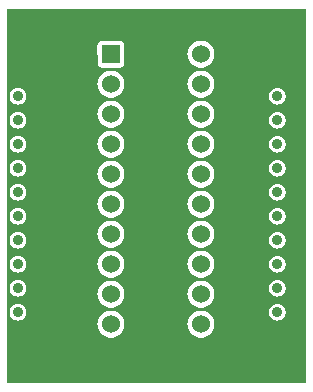
<source format=gbr>
G04 start of page 3 for group 5 idx 5 *
G04 Title: XBEE_dip, bottom *
G04 Creator: pcb 20110918 *
G04 CreationDate: Mon 04 Jun 2012 06:09:33 PM GMT UTC *
G04 For: ed *
G04 Format: Gerber/RS-274X *
G04 PCB-Dimensions: 100000 125000 *
G04 PCB-Coordinate-Origin: lower left *
%MOIN*%
%FSLAX25Y25*%
%LNBOTTOM*%
%ADD43C,0.0280*%
%ADD42C,0.0200*%
%ADD41C,0.0360*%
%ADD40C,0.0600*%
%ADD39C,0.0001*%
G54D39*G36*
X90496Y124500D02*X100000D01*
Y0D01*
X90496D01*
Y20692D01*
X90500Y20691D01*
X90939Y20726D01*
X91368Y20829D01*
X91775Y20997D01*
X92151Y21228D01*
X92486Y21514D01*
X92772Y21849D01*
X93003Y22225D01*
X93171Y22632D01*
X93274Y23061D01*
X93300Y23500D01*
X93274Y23939D01*
X93171Y24368D01*
X93003Y24775D01*
X92772Y25151D01*
X92486Y25486D01*
X92151Y25772D01*
X91775Y26003D01*
X91368Y26171D01*
X90939Y26274D01*
X90500Y26309D01*
X90496Y26308D01*
Y28692D01*
X90500Y28691D01*
X90939Y28726D01*
X91368Y28829D01*
X91775Y28997D01*
X92151Y29228D01*
X92486Y29514D01*
X92772Y29849D01*
X93003Y30225D01*
X93171Y30632D01*
X93274Y31061D01*
X93300Y31500D01*
X93274Y31939D01*
X93171Y32368D01*
X93003Y32775D01*
X92772Y33151D01*
X92486Y33486D01*
X92151Y33772D01*
X91775Y34003D01*
X91368Y34171D01*
X90939Y34274D01*
X90500Y34309D01*
X90496Y34308D01*
Y36692D01*
X90500Y36691D01*
X90939Y36726D01*
X91368Y36829D01*
X91775Y36997D01*
X92151Y37228D01*
X92486Y37514D01*
X92772Y37849D01*
X93003Y38225D01*
X93171Y38632D01*
X93274Y39061D01*
X93300Y39500D01*
X93274Y39939D01*
X93171Y40368D01*
X93003Y40775D01*
X92772Y41151D01*
X92486Y41486D01*
X92151Y41772D01*
X91775Y42003D01*
X91368Y42171D01*
X90939Y42274D01*
X90500Y42309D01*
X90496Y42308D01*
Y44692D01*
X90500Y44691D01*
X90939Y44726D01*
X91368Y44829D01*
X91775Y44997D01*
X92151Y45228D01*
X92486Y45514D01*
X92772Y45849D01*
X93003Y46225D01*
X93171Y46632D01*
X93274Y47061D01*
X93300Y47500D01*
X93274Y47939D01*
X93171Y48368D01*
X93003Y48775D01*
X92772Y49151D01*
X92486Y49486D01*
X92151Y49772D01*
X91775Y50003D01*
X91368Y50171D01*
X90939Y50274D01*
X90500Y50309D01*
X90496Y50308D01*
Y52692D01*
X90500Y52691D01*
X90939Y52726D01*
X91368Y52829D01*
X91775Y52997D01*
X92151Y53228D01*
X92486Y53514D01*
X92772Y53849D01*
X93003Y54225D01*
X93171Y54632D01*
X93274Y55061D01*
X93300Y55500D01*
X93274Y55939D01*
X93171Y56368D01*
X93003Y56775D01*
X92772Y57151D01*
X92486Y57486D01*
X92151Y57772D01*
X91775Y58003D01*
X91368Y58171D01*
X90939Y58274D01*
X90500Y58309D01*
X90496Y58308D01*
Y60692D01*
X90500Y60691D01*
X90939Y60726D01*
X91368Y60829D01*
X91775Y60997D01*
X92151Y61228D01*
X92486Y61514D01*
X92772Y61849D01*
X93003Y62225D01*
X93171Y62632D01*
X93274Y63061D01*
X93300Y63500D01*
X93274Y63939D01*
X93171Y64368D01*
X93003Y64775D01*
X92772Y65151D01*
X92486Y65486D01*
X92151Y65772D01*
X91775Y66003D01*
X91368Y66171D01*
X90939Y66274D01*
X90500Y66309D01*
X90496Y66308D01*
Y68692D01*
X90500Y68691D01*
X90939Y68726D01*
X91368Y68829D01*
X91775Y68997D01*
X92151Y69228D01*
X92486Y69514D01*
X92772Y69849D01*
X93003Y70225D01*
X93171Y70632D01*
X93274Y71061D01*
X93300Y71500D01*
X93274Y71939D01*
X93171Y72368D01*
X93003Y72775D01*
X92772Y73151D01*
X92486Y73486D01*
X92151Y73772D01*
X91775Y74003D01*
X91368Y74171D01*
X90939Y74274D01*
X90500Y74309D01*
X90496Y74308D01*
Y76692D01*
X90500Y76691D01*
X90939Y76726D01*
X91368Y76829D01*
X91775Y76997D01*
X92151Y77228D01*
X92486Y77514D01*
X92772Y77849D01*
X93003Y78225D01*
X93171Y78632D01*
X93274Y79061D01*
X93300Y79500D01*
X93274Y79939D01*
X93171Y80368D01*
X93003Y80775D01*
X92772Y81151D01*
X92486Y81486D01*
X92151Y81772D01*
X91775Y82003D01*
X91368Y82171D01*
X90939Y82274D01*
X90500Y82309D01*
X90496Y82308D01*
Y84692D01*
X90500Y84691D01*
X90939Y84726D01*
X91368Y84829D01*
X91775Y84997D01*
X92151Y85228D01*
X92486Y85514D01*
X92772Y85849D01*
X93003Y86225D01*
X93171Y86632D01*
X93274Y87061D01*
X93300Y87500D01*
X93274Y87939D01*
X93171Y88368D01*
X93003Y88775D01*
X92772Y89151D01*
X92486Y89486D01*
X92151Y89772D01*
X91775Y90003D01*
X91368Y90171D01*
X90939Y90274D01*
X90500Y90309D01*
X90496Y90308D01*
Y92692D01*
X90500Y92691D01*
X90939Y92726D01*
X91368Y92829D01*
X91775Y92997D01*
X92151Y93228D01*
X92486Y93514D01*
X92772Y93849D01*
X93003Y94225D01*
X93171Y94632D01*
X93274Y95061D01*
X93300Y95500D01*
X93274Y95939D01*
X93171Y96368D01*
X93003Y96775D01*
X92772Y97151D01*
X92486Y97486D01*
X92151Y97772D01*
X91775Y98003D01*
X91368Y98171D01*
X90939Y98274D01*
X90500Y98309D01*
X90496Y98308D01*
Y124500D01*
G37*
G36*
X64993D02*X90496D01*
Y98308D01*
X90061Y98274D01*
X89632Y98171D01*
X89225Y98003D01*
X88849Y97772D01*
X88514Y97486D01*
X88228Y97151D01*
X87997Y96775D01*
X87829Y96368D01*
X87726Y95939D01*
X87691Y95500D01*
X87726Y95061D01*
X87829Y94632D01*
X87997Y94225D01*
X88228Y93849D01*
X88514Y93514D01*
X88849Y93228D01*
X89225Y92997D01*
X89632Y92829D01*
X90061Y92726D01*
X90496Y92692D01*
Y90308D01*
X90061Y90274D01*
X89632Y90171D01*
X89225Y90003D01*
X88849Y89772D01*
X88514Y89486D01*
X88228Y89151D01*
X87997Y88775D01*
X87829Y88368D01*
X87726Y87939D01*
X87691Y87500D01*
X87726Y87061D01*
X87829Y86632D01*
X87997Y86225D01*
X88228Y85849D01*
X88514Y85514D01*
X88849Y85228D01*
X89225Y84997D01*
X89632Y84829D01*
X90061Y84726D01*
X90496Y84692D01*
Y82308D01*
X90061Y82274D01*
X89632Y82171D01*
X89225Y82003D01*
X88849Y81772D01*
X88514Y81486D01*
X88228Y81151D01*
X87997Y80775D01*
X87829Y80368D01*
X87726Y79939D01*
X87691Y79500D01*
X87726Y79061D01*
X87829Y78632D01*
X87997Y78225D01*
X88228Y77849D01*
X88514Y77514D01*
X88849Y77228D01*
X89225Y76997D01*
X89632Y76829D01*
X90061Y76726D01*
X90496Y76692D01*
Y74308D01*
X90061Y74274D01*
X89632Y74171D01*
X89225Y74003D01*
X88849Y73772D01*
X88514Y73486D01*
X88228Y73151D01*
X87997Y72775D01*
X87829Y72368D01*
X87726Y71939D01*
X87691Y71500D01*
X87726Y71061D01*
X87829Y70632D01*
X87997Y70225D01*
X88228Y69849D01*
X88514Y69514D01*
X88849Y69228D01*
X89225Y68997D01*
X89632Y68829D01*
X90061Y68726D01*
X90496Y68692D01*
Y66308D01*
X90061Y66274D01*
X89632Y66171D01*
X89225Y66003D01*
X88849Y65772D01*
X88514Y65486D01*
X88228Y65151D01*
X87997Y64775D01*
X87829Y64368D01*
X87726Y63939D01*
X87691Y63500D01*
X87726Y63061D01*
X87829Y62632D01*
X87997Y62225D01*
X88228Y61849D01*
X88514Y61514D01*
X88849Y61228D01*
X89225Y60997D01*
X89632Y60829D01*
X90061Y60726D01*
X90496Y60692D01*
Y58308D01*
X90061Y58274D01*
X89632Y58171D01*
X89225Y58003D01*
X88849Y57772D01*
X88514Y57486D01*
X88228Y57151D01*
X87997Y56775D01*
X87829Y56368D01*
X87726Y55939D01*
X87691Y55500D01*
X87726Y55061D01*
X87829Y54632D01*
X87997Y54225D01*
X88228Y53849D01*
X88514Y53514D01*
X88849Y53228D01*
X89225Y52997D01*
X89632Y52829D01*
X90061Y52726D01*
X90496Y52692D01*
Y50308D01*
X90061Y50274D01*
X89632Y50171D01*
X89225Y50003D01*
X88849Y49772D01*
X88514Y49486D01*
X88228Y49151D01*
X87997Y48775D01*
X87829Y48368D01*
X87726Y47939D01*
X87691Y47500D01*
X87726Y47061D01*
X87829Y46632D01*
X87997Y46225D01*
X88228Y45849D01*
X88514Y45514D01*
X88849Y45228D01*
X89225Y44997D01*
X89632Y44829D01*
X90061Y44726D01*
X90496Y44692D01*
Y42308D01*
X90061Y42274D01*
X89632Y42171D01*
X89225Y42003D01*
X88849Y41772D01*
X88514Y41486D01*
X88228Y41151D01*
X87997Y40775D01*
X87829Y40368D01*
X87726Y39939D01*
X87691Y39500D01*
X87726Y39061D01*
X87829Y38632D01*
X87997Y38225D01*
X88228Y37849D01*
X88514Y37514D01*
X88849Y37228D01*
X89225Y36997D01*
X89632Y36829D01*
X90061Y36726D01*
X90496Y36692D01*
Y34308D01*
X90061Y34274D01*
X89632Y34171D01*
X89225Y34003D01*
X88849Y33772D01*
X88514Y33486D01*
X88228Y33151D01*
X87997Y32775D01*
X87829Y32368D01*
X87726Y31939D01*
X87691Y31500D01*
X87726Y31061D01*
X87829Y30632D01*
X87997Y30225D01*
X88228Y29849D01*
X88514Y29514D01*
X88849Y29228D01*
X89225Y28997D01*
X89632Y28829D01*
X90061Y28726D01*
X90496Y28692D01*
Y26308D01*
X90061Y26274D01*
X89632Y26171D01*
X89225Y26003D01*
X88849Y25772D01*
X88514Y25486D01*
X88228Y25151D01*
X87997Y24775D01*
X87829Y24368D01*
X87726Y23939D01*
X87691Y23500D01*
X87726Y23061D01*
X87829Y22632D01*
X87997Y22225D01*
X88228Y21849D01*
X88514Y21514D01*
X88849Y21228D01*
X89225Y20997D01*
X89632Y20829D01*
X90061Y20726D01*
X90496Y20692D01*
Y0D01*
X64993D01*
Y14977D01*
X65000Y14976D01*
X65706Y15032D01*
X66395Y15197D01*
X67049Y15468D01*
X67653Y15838D01*
X68192Y16298D01*
X68652Y16837D01*
X69022Y17441D01*
X69293Y18095D01*
X69458Y18784D01*
X69500Y19490D01*
X69458Y20196D01*
X69293Y20885D01*
X69022Y21539D01*
X68652Y22143D01*
X68192Y22682D01*
X67653Y23142D01*
X67049Y23512D01*
X66395Y23783D01*
X65706Y23948D01*
X65000Y24004D01*
X64993Y24003D01*
Y24977D01*
X65000Y24976D01*
X65706Y25032D01*
X66395Y25197D01*
X67049Y25468D01*
X67653Y25838D01*
X68192Y26298D01*
X68652Y26837D01*
X69022Y27441D01*
X69293Y28095D01*
X69458Y28784D01*
X69500Y29490D01*
X69458Y30196D01*
X69293Y30885D01*
X69022Y31539D01*
X68652Y32143D01*
X68192Y32682D01*
X67653Y33142D01*
X67049Y33512D01*
X66395Y33783D01*
X65706Y33948D01*
X65000Y34004D01*
X64993Y34003D01*
Y34977D01*
X65000Y34976D01*
X65706Y35032D01*
X66395Y35197D01*
X67049Y35468D01*
X67653Y35838D01*
X68192Y36298D01*
X68652Y36837D01*
X69022Y37441D01*
X69293Y38095D01*
X69458Y38784D01*
X69500Y39490D01*
X69458Y40196D01*
X69293Y40885D01*
X69022Y41539D01*
X68652Y42143D01*
X68192Y42682D01*
X67653Y43142D01*
X67049Y43512D01*
X66395Y43783D01*
X65706Y43948D01*
X65000Y44004D01*
X64993Y44003D01*
Y44977D01*
X65000Y44976D01*
X65706Y45032D01*
X66395Y45197D01*
X67049Y45468D01*
X67653Y45838D01*
X68192Y46298D01*
X68652Y46837D01*
X69022Y47441D01*
X69293Y48095D01*
X69458Y48784D01*
X69500Y49490D01*
X69458Y50196D01*
X69293Y50885D01*
X69022Y51539D01*
X68652Y52143D01*
X68192Y52682D01*
X67653Y53142D01*
X67049Y53512D01*
X66395Y53783D01*
X65706Y53948D01*
X65000Y54004D01*
X64993Y54003D01*
Y54977D01*
X65000Y54976D01*
X65706Y55032D01*
X66395Y55197D01*
X67049Y55468D01*
X67653Y55838D01*
X68192Y56298D01*
X68652Y56837D01*
X69022Y57441D01*
X69293Y58095D01*
X69458Y58784D01*
X69500Y59490D01*
X69458Y60196D01*
X69293Y60885D01*
X69022Y61539D01*
X68652Y62143D01*
X68192Y62682D01*
X67653Y63142D01*
X67049Y63512D01*
X66395Y63783D01*
X65706Y63948D01*
X65000Y64004D01*
X64993Y64003D01*
Y64977D01*
X65000Y64976D01*
X65706Y65032D01*
X66395Y65197D01*
X67049Y65468D01*
X67653Y65838D01*
X68192Y66298D01*
X68652Y66837D01*
X69022Y67441D01*
X69293Y68095D01*
X69458Y68784D01*
X69500Y69490D01*
X69458Y70196D01*
X69293Y70885D01*
X69022Y71539D01*
X68652Y72143D01*
X68192Y72682D01*
X67653Y73142D01*
X67049Y73512D01*
X66395Y73783D01*
X65706Y73948D01*
X65000Y74004D01*
X64993Y74003D01*
Y74977D01*
X65000Y74976D01*
X65706Y75032D01*
X66395Y75197D01*
X67049Y75468D01*
X67653Y75838D01*
X68192Y76298D01*
X68652Y76837D01*
X69022Y77441D01*
X69293Y78095D01*
X69458Y78784D01*
X69500Y79490D01*
X69458Y80196D01*
X69293Y80885D01*
X69022Y81539D01*
X68652Y82143D01*
X68192Y82682D01*
X67653Y83142D01*
X67049Y83512D01*
X66395Y83783D01*
X65706Y83948D01*
X65000Y84004D01*
X64993Y84003D01*
Y84977D01*
X65000Y84976D01*
X65706Y85032D01*
X66395Y85197D01*
X67049Y85468D01*
X67653Y85838D01*
X68192Y86298D01*
X68652Y86837D01*
X69022Y87441D01*
X69293Y88095D01*
X69458Y88784D01*
X69500Y89490D01*
X69458Y90196D01*
X69293Y90885D01*
X69022Y91539D01*
X68652Y92143D01*
X68192Y92682D01*
X67653Y93142D01*
X67049Y93512D01*
X66395Y93783D01*
X65706Y93948D01*
X65000Y94004D01*
X64993Y94003D01*
Y94977D01*
X65000Y94976D01*
X65706Y95032D01*
X66395Y95197D01*
X67049Y95468D01*
X67653Y95838D01*
X68192Y96298D01*
X68652Y96837D01*
X69022Y97441D01*
X69293Y98095D01*
X69458Y98784D01*
X69500Y99490D01*
X69458Y100196D01*
X69293Y100885D01*
X69022Y101539D01*
X68652Y102143D01*
X68192Y102682D01*
X67653Y103142D01*
X67049Y103512D01*
X66395Y103783D01*
X65706Y103948D01*
X65000Y104004D01*
X64993Y104003D01*
Y104977D01*
X65000Y104976D01*
X65706Y105032D01*
X66395Y105197D01*
X67049Y105468D01*
X67653Y105838D01*
X68192Y106298D01*
X68652Y106837D01*
X69022Y107441D01*
X69293Y108095D01*
X69458Y108784D01*
X69500Y109490D01*
X69458Y110196D01*
X69293Y110885D01*
X69022Y111539D01*
X68652Y112143D01*
X68192Y112682D01*
X67653Y113142D01*
X67049Y113512D01*
X66395Y113783D01*
X65706Y113948D01*
X65000Y114004D01*
X64993Y114003D01*
Y124500D01*
G37*
G36*
X34993D02*X64993D01*
Y114003D01*
X64294Y113948D01*
X63605Y113783D01*
X62951Y113512D01*
X62347Y113142D01*
X61808Y112682D01*
X61348Y112143D01*
X60978Y111539D01*
X60707Y110885D01*
X60542Y110196D01*
X60486Y109490D01*
X60542Y108784D01*
X60707Y108095D01*
X60978Y107441D01*
X61348Y106837D01*
X61808Y106298D01*
X62347Y105838D01*
X62951Y105468D01*
X63605Y105197D01*
X64294Y105032D01*
X64993Y104977D01*
Y104003D01*
X64294Y103948D01*
X63605Y103783D01*
X62951Y103512D01*
X62347Y103142D01*
X61808Y102682D01*
X61348Y102143D01*
X60978Y101539D01*
X60707Y100885D01*
X60542Y100196D01*
X60486Y99490D01*
X60542Y98784D01*
X60707Y98095D01*
X60978Y97441D01*
X61348Y96837D01*
X61808Y96298D01*
X62347Y95838D01*
X62951Y95468D01*
X63605Y95197D01*
X64294Y95032D01*
X64993Y94977D01*
Y94003D01*
X64294Y93948D01*
X63605Y93783D01*
X62951Y93512D01*
X62347Y93142D01*
X61808Y92682D01*
X61348Y92143D01*
X60978Y91539D01*
X60707Y90885D01*
X60542Y90196D01*
X60486Y89490D01*
X60542Y88784D01*
X60707Y88095D01*
X60978Y87441D01*
X61348Y86837D01*
X61808Y86298D01*
X62347Y85838D01*
X62951Y85468D01*
X63605Y85197D01*
X64294Y85032D01*
X64993Y84977D01*
Y84003D01*
X64294Y83948D01*
X63605Y83783D01*
X62951Y83512D01*
X62347Y83142D01*
X61808Y82682D01*
X61348Y82143D01*
X60978Y81539D01*
X60707Y80885D01*
X60542Y80196D01*
X60486Y79490D01*
X60542Y78784D01*
X60707Y78095D01*
X60978Y77441D01*
X61348Y76837D01*
X61808Y76298D01*
X62347Y75838D01*
X62951Y75468D01*
X63605Y75197D01*
X64294Y75032D01*
X64993Y74977D01*
Y74003D01*
X64294Y73948D01*
X63605Y73783D01*
X62951Y73512D01*
X62347Y73142D01*
X61808Y72682D01*
X61348Y72143D01*
X60978Y71539D01*
X60707Y70885D01*
X60542Y70196D01*
X60486Y69490D01*
X60542Y68784D01*
X60707Y68095D01*
X60978Y67441D01*
X61348Y66837D01*
X61808Y66298D01*
X62347Y65838D01*
X62951Y65468D01*
X63605Y65197D01*
X64294Y65032D01*
X64993Y64977D01*
Y64003D01*
X64294Y63948D01*
X63605Y63783D01*
X62951Y63512D01*
X62347Y63142D01*
X61808Y62682D01*
X61348Y62143D01*
X60978Y61539D01*
X60707Y60885D01*
X60542Y60196D01*
X60486Y59490D01*
X60542Y58784D01*
X60707Y58095D01*
X60978Y57441D01*
X61348Y56837D01*
X61808Y56298D01*
X62347Y55838D01*
X62951Y55468D01*
X63605Y55197D01*
X64294Y55032D01*
X64993Y54977D01*
Y54003D01*
X64294Y53948D01*
X63605Y53783D01*
X62951Y53512D01*
X62347Y53142D01*
X61808Y52682D01*
X61348Y52143D01*
X60978Y51539D01*
X60707Y50885D01*
X60542Y50196D01*
X60486Y49490D01*
X60542Y48784D01*
X60707Y48095D01*
X60978Y47441D01*
X61348Y46837D01*
X61808Y46298D01*
X62347Y45838D01*
X62951Y45468D01*
X63605Y45197D01*
X64294Y45032D01*
X64993Y44977D01*
Y44003D01*
X64294Y43948D01*
X63605Y43783D01*
X62951Y43512D01*
X62347Y43142D01*
X61808Y42682D01*
X61348Y42143D01*
X60978Y41539D01*
X60707Y40885D01*
X60542Y40196D01*
X60486Y39490D01*
X60542Y38784D01*
X60707Y38095D01*
X60978Y37441D01*
X61348Y36837D01*
X61808Y36298D01*
X62347Y35838D01*
X62951Y35468D01*
X63605Y35197D01*
X64294Y35032D01*
X64993Y34977D01*
Y34003D01*
X64294Y33948D01*
X63605Y33783D01*
X62951Y33512D01*
X62347Y33142D01*
X61808Y32682D01*
X61348Y32143D01*
X60978Y31539D01*
X60707Y30885D01*
X60542Y30196D01*
X60486Y29490D01*
X60542Y28784D01*
X60707Y28095D01*
X60978Y27441D01*
X61348Y26837D01*
X61808Y26298D01*
X62347Y25838D01*
X62951Y25468D01*
X63605Y25197D01*
X64294Y25032D01*
X64993Y24977D01*
Y24003D01*
X64294Y23948D01*
X63605Y23783D01*
X62951Y23512D01*
X62347Y23142D01*
X61808Y22682D01*
X61348Y22143D01*
X60978Y21539D01*
X60707Y20885D01*
X60542Y20196D01*
X60486Y19490D01*
X60542Y18784D01*
X60707Y18095D01*
X60978Y17441D01*
X61348Y16837D01*
X61808Y16298D01*
X62347Y15838D01*
X62951Y15468D01*
X63605Y15197D01*
X64294Y15032D01*
X64993Y14977D01*
Y0D01*
X34993D01*
Y14977D01*
X35000Y14976D01*
X35706Y15032D01*
X36395Y15197D01*
X37049Y15468D01*
X37653Y15838D01*
X38192Y16298D01*
X38652Y16837D01*
X39022Y17441D01*
X39293Y18095D01*
X39458Y18784D01*
X39500Y19490D01*
X39458Y20196D01*
X39293Y20885D01*
X39022Y21539D01*
X38652Y22143D01*
X38192Y22682D01*
X37653Y23142D01*
X37049Y23512D01*
X36395Y23783D01*
X35706Y23948D01*
X35000Y24004D01*
X34993Y24003D01*
Y24977D01*
X35000Y24976D01*
X35706Y25032D01*
X36395Y25197D01*
X37049Y25468D01*
X37653Y25838D01*
X38192Y26298D01*
X38652Y26837D01*
X39022Y27441D01*
X39293Y28095D01*
X39458Y28784D01*
X39500Y29490D01*
X39458Y30196D01*
X39293Y30885D01*
X39022Y31539D01*
X38652Y32143D01*
X38192Y32682D01*
X37653Y33142D01*
X37049Y33512D01*
X36395Y33783D01*
X35706Y33948D01*
X35000Y34004D01*
X34993Y34003D01*
Y34977D01*
X35000Y34976D01*
X35706Y35032D01*
X36395Y35197D01*
X37049Y35468D01*
X37653Y35838D01*
X38192Y36298D01*
X38652Y36837D01*
X39022Y37441D01*
X39293Y38095D01*
X39458Y38784D01*
X39500Y39490D01*
X39458Y40196D01*
X39293Y40885D01*
X39022Y41539D01*
X38652Y42143D01*
X38192Y42682D01*
X37653Y43142D01*
X37049Y43512D01*
X36395Y43783D01*
X35706Y43948D01*
X35000Y44004D01*
X34993Y44003D01*
Y44977D01*
X35000Y44976D01*
X35706Y45032D01*
X36395Y45197D01*
X37049Y45468D01*
X37653Y45838D01*
X38192Y46298D01*
X38652Y46837D01*
X39022Y47441D01*
X39293Y48095D01*
X39458Y48784D01*
X39500Y49490D01*
X39458Y50196D01*
X39293Y50885D01*
X39022Y51539D01*
X38652Y52143D01*
X38192Y52682D01*
X37653Y53142D01*
X37049Y53512D01*
X36395Y53783D01*
X35706Y53948D01*
X35000Y54004D01*
X34993Y54003D01*
Y54977D01*
X35000Y54976D01*
X35706Y55032D01*
X36395Y55197D01*
X37049Y55468D01*
X37653Y55838D01*
X38192Y56298D01*
X38652Y56837D01*
X39022Y57441D01*
X39293Y58095D01*
X39458Y58784D01*
X39500Y59490D01*
X39458Y60196D01*
X39293Y60885D01*
X39022Y61539D01*
X38652Y62143D01*
X38192Y62682D01*
X37653Y63142D01*
X37049Y63512D01*
X36395Y63783D01*
X35706Y63948D01*
X35000Y64004D01*
X34993Y64003D01*
Y64977D01*
X35000Y64976D01*
X35706Y65032D01*
X36395Y65197D01*
X37049Y65468D01*
X37653Y65838D01*
X38192Y66298D01*
X38652Y66837D01*
X39022Y67441D01*
X39293Y68095D01*
X39458Y68784D01*
X39500Y69490D01*
X39458Y70196D01*
X39293Y70885D01*
X39022Y71539D01*
X38652Y72143D01*
X38192Y72682D01*
X37653Y73142D01*
X37049Y73512D01*
X36395Y73783D01*
X35706Y73948D01*
X35000Y74004D01*
X34993Y74003D01*
Y74977D01*
X35000Y74976D01*
X35706Y75032D01*
X36395Y75197D01*
X37049Y75468D01*
X37653Y75838D01*
X38192Y76298D01*
X38652Y76837D01*
X39022Y77441D01*
X39293Y78095D01*
X39458Y78784D01*
X39500Y79490D01*
X39458Y80196D01*
X39293Y80885D01*
X39022Y81539D01*
X38652Y82143D01*
X38192Y82682D01*
X37653Y83142D01*
X37049Y83512D01*
X36395Y83783D01*
X35706Y83948D01*
X35000Y84004D01*
X34993Y84003D01*
Y84977D01*
X35000Y84976D01*
X35706Y85032D01*
X36395Y85197D01*
X37049Y85468D01*
X37653Y85838D01*
X38192Y86298D01*
X38652Y86837D01*
X39022Y87441D01*
X39293Y88095D01*
X39458Y88784D01*
X39500Y89490D01*
X39458Y90196D01*
X39293Y90885D01*
X39022Y91539D01*
X38652Y92143D01*
X38192Y92682D01*
X37653Y93142D01*
X37049Y93512D01*
X36395Y93783D01*
X35706Y93948D01*
X35000Y94004D01*
X34993Y94003D01*
Y94977D01*
X35000Y94976D01*
X35706Y95032D01*
X36395Y95197D01*
X37049Y95468D01*
X37653Y95838D01*
X38192Y96298D01*
X38652Y96837D01*
X39022Y97441D01*
X39293Y98095D01*
X39458Y98784D01*
X39500Y99490D01*
X39458Y100196D01*
X39293Y100885D01*
X39022Y101539D01*
X38652Y102143D01*
X38192Y102682D01*
X37653Y103142D01*
X37049Y103512D01*
X36395Y103783D01*
X35706Y103948D01*
X35000Y104004D01*
X34993Y104003D01*
Y104997D01*
X38235Y105004D01*
X38465Y105059D01*
X38683Y105149D01*
X38884Y105273D01*
X39064Y105426D01*
X39217Y105606D01*
X39341Y105807D01*
X39431Y106025D01*
X39486Y106255D01*
X39500Y106490D01*
X39486Y112725D01*
X39431Y112955D01*
X39341Y113173D01*
X39217Y113374D01*
X39064Y113554D01*
X38884Y113707D01*
X38683Y113831D01*
X38465Y113921D01*
X38235Y113976D01*
X38000Y113990D01*
X34993Y113983D01*
Y124500D01*
G37*
G36*
X3996D02*X34993D01*
Y113983D01*
X31765Y113976D01*
X31535Y113921D01*
X31317Y113831D01*
X31116Y113707D01*
X30936Y113554D01*
X30783Y113374D01*
X30659Y113173D01*
X30569Y112955D01*
X30514Y112725D01*
X30500Y112490D01*
X30514Y106255D01*
X30569Y106025D01*
X30659Y105807D01*
X30783Y105606D01*
X30936Y105426D01*
X31116Y105273D01*
X31317Y105149D01*
X31535Y105059D01*
X31765Y105004D01*
X32000Y104990D01*
X34993Y104997D01*
Y104003D01*
X34294Y103948D01*
X33605Y103783D01*
X32951Y103512D01*
X32347Y103142D01*
X31808Y102682D01*
X31348Y102143D01*
X30978Y101539D01*
X30707Y100885D01*
X30542Y100196D01*
X30486Y99490D01*
X30542Y98784D01*
X30707Y98095D01*
X30978Y97441D01*
X31348Y96837D01*
X31808Y96298D01*
X32347Y95838D01*
X32951Y95468D01*
X33605Y95197D01*
X34294Y95032D01*
X34993Y94977D01*
Y94003D01*
X34294Y93948D01*
X33605Y93783D01*
X32951Y93512D01*
X32347Y93142D01*
X31808Y92682D01*
X31348Y92143D01*
X30978Y91539D01*
X30707Y90885D01*
X30542Y90196D01*
X30486Y89490D01*
X30542Y88784D01*
X30707Y88095D01*
X30978Y87441D01*
X31348Y86837D01*
X31808Y86298D01*
X32347Y85838D01*
X32951Y85468D01*
X33605Y85197D01*
X34294Y85032D01*
X34993Y84977D01*
Y84003D01*
X34294Y83948D01*
X33605Y83783D01*
X32951Y83512D01*
X32347Y83142D01*
X31808Y82682D01*
X31348Y82143D01*
X30978Y81539D01*
X30707Y80885D01*
X30542Y80196D01*
X30486Y79490D01*
X30542Y78784D01*
X30707Y78095D01*
X30978Y77441D01*
X31348Y76837D01*
X31808Y76298D01*
X32347Y75838D01*
X32951Y75468D01*
X33605Y75197D01*
X34294Y75032D01*
X34993Y74977D01*
Y74003D01*
X34294Y73948D01*
X33605Y73783D01*
X32951Y73512D01*
X32347Y73142D01*
X31808Y72682D01*
X31348Y72143D01*
X30978Y71539D01*
X30707Y70885D01*
X30542Y70196D01*
X30486Y69490D01*
X30542Y68784D01*
X30707Y68095D01*
X30978Y67441D01*
X31348Y66837D01*
X31808Y66298D01*
X32347Y65838D01*
X32951Y65468D01*
X33605Y65197D01*
X34294Y65032D01*
X34993Y64977D01*
Y64003D01*
X34294Y63948D01*
X33605Y63783D01*
X32951Y63512D01*
X32347Y63142D01*
X31808Y62682D01*
X31348Y62143D01*
X30978Y61539D01*
X30707Y60885D01*
X30542Y60196D01*
X30486Y59490D01*
X30542Y58784D01*
X30707Y58095D01*
X30978Y57441D01*
X31348Y56837D01*
X31808Y56298D01*
X32347Y55838D01*
X32951Y55468D01*
X33605Y55197D01*
X34294Y55032D01*
X34993Y54977D01*
Y54003D01*
X34294Y53948D01*
X33605Y53783D01*
X32951Y53512D01*
X32347Y53142D01*
X31808Y52682D01*
X31348Y52143D01*
X30978Y51539D01*
X30707Y50885D01*
X30542Y50196D01*
X30486Y49490D01*
X30542Y48784D01*
X30707Y48095D01*
X30978Y47441D01*
X31348Y46837D01*
X31808Y46298D01*
X32347Y45838D01*
X32951Y45468D01*
X33605Y45197D01*
X34294Y45032D01*
X34993Y44977D01*
Y44003D01*
X34294Y43948D01*
X33605Y43783D01*
X32951Y43512D01*
X32347Y43142D01*
X31808Y42682D01*
X31348Y42143D01*
X30978Y41539D01*
X30707Y40885D01*
X30542Y40196D01*
X30486Y39490D01*
X30542Y38784D01*
X30707Y38095D01*
X30978Y37441D01*
X31348Y36837D01*
X31808Y36298D01*
X32347Y35838D01*
X32951Y35468D01*
X33605Y35197D01*
X34294Y35032D01*
X34993Y34977D01*
Y34003D01*
X34294Y33948D01*
X33605Y33783D01*
X32951Y33512D01*
X32347Y33142D01*
X31808Y32682D01*
X31348Y32143D01*
X30978Y31539D01*
X30707Y30885D01*
X30542Y30196D01*
X30486Y29490D01*
X30542Y28784D01*
X30707Y28095D01*
X30978Y27441D01*
X31348Y26837D01*
X31808Y26298D01*
X32347Y25838D01*
X32951Y25468D01*
X33605Y25197D01*
X34294Y25032D01*
X34993Y24977D01*
Y24003D01*
X34294Y23948D01*
X33605Y23783D01*
X32951Y23512D01*
X32347Y23142D01*
X31808Y22682D01*
X31348Y22143D01*
X30978Y21539D01*
X30707Y20885D01*
X30542Y20196D01*
X30486Y19490D01*
X30542Y18784D01*
X30707Y18095D01*
X30978Y17441D01*
X31348Y16837D01*
X31808Y16298D01*
X32347Y15838D01*
X32951Y15468D01*
X33605Y15197D01*
X34294Y15032D01*
X34993Y14977D01*
Y0D01*
X3996D01*
Y20692D01*
X4000Y20691D01*
X4439Y20726D01*
X4868Y20829D01*
X5275Y20997D01*
X5651Y21228D01*
X5986Y21514D01*
X6272Y21849D01*
X6503Y22225D01*
X6671Y22632D01*
X6774Y23061D01*
X6800Y23500D01*
X6774Y23939D01*
X6671Y24368D01*
X6503Y24775D01*
X6272Y25151D01*
X5986Y25486D01*
X5651Y25772D01*
X5275Y26003D01*
X4868Y26171D01*
X4439Y26274D01*
X4000Y26309D01*
X3996Y26308D01*
Y28692D01*
X4000Y28691D01*
X4439Y28726D01*
X4868Y28829D01*
X5275Y28997D01*
X5651Y29228D01*
X5986Y29514D01*
X6272Y29849D01*
X6503Y30225D01*
X6671Y30632D01*
X6774Y31061D01*
X6800Y31500D01*
X6774Y31939D01*
X6671Y32368D01*
X6503Y32775D01*
X6272Y33151D01*
X5986Y33486D01*
X5651Y33772D01*
X5275Y34003D01*
X4868Y34171D01*
X4439Y34274D01*
X4000Y34309D01*
X3996Y34308D01*
Y36692D01*
X4000Y36691D01*
X4439Y36726D01*
X4868Y36829D01*
X5275Y36997D01*
X5651Y37228D01*
X5986Y37514D01*
X6272Y37849D01*
X6503Y38225D01*
X6671Y38632D01*
X6774Y39061D01*
X6800Y39500D01*
X6774Y39939D01*
X6671Y40368D01*
X6503Y40775D01*
X6272Y41151D01*
X5986Y41486D01*
X5651Y41772D01*
X5275Y42003D01*
X4868Y42171D01*
X4439Y42274D01*
X4000Y42309D01*
X3996Y42308D01*
Y44692D01*
X4000Y44691D01*
X4439Y44726D01*
X4868Y44829D01*
X5275Y44997D01*
X5651Y45228D01*
X5986Y45514D01*
X6272Y45849D01*
X6503Y46225D01*
X6671Y46632D01*
X6774Y47061D01*
X6800Y47500D01*
X6774Y47939D01*
X6671Y48368D01*
X6503Y48775D01*
X6272Y49151D01*
X5986Y49486D01*
X5651Y49772D01*
X5275Y50003D01*
X4868Y50171D01*
X4439Y50274D01*
X4000Y50309D01*
X3996Y50308D01*
Y52692D01*
X4000Y52691D01*
X4439Y52726D01*
X4868Y52829D01*
X5275Y52997D01*
X5651Y53228D01*
X5986Y53514D01*
X6272Y53849D01*
X6503Y54225D01*
X6671Y54632D01*
X6774Y55061D01*
X6800Y55500D01*
X6774Y55939D01*
X6671Y56368D01*
X6503Y56775D01*
X6272Y57151D01*
X5986Y57486D01*
X5651Y57772D01*
X5275Y58003D01*
X4868Y58171D01*
X4439Y58274D01*
X4000Y58309D01*
X3996Y58308D01*
Y60692D01*
X4000Y60691D01*
X4439Y60726D01*
X4868Y60829D01*
X5275Y60997D01*
X5651Y61228D01*
X5986Y61514D01*
X6272Y61849D01*
X6503Y62225D01*
X6671Y62632D01*
X6774Y63061D01*
X6800Y63500D01*
X6774Y63939D01*
X6671Y64368D01*
X6503Y64775D01*
X6272Y65151D01*
X5986Y65486D01*
X5651Y65772D01*
X5275Y66003D01*
X4868Y66171D01*
X4439Y66274D01*
X4000Y66309D01*
X3996Y66308D01*
Y68692D01*
X4000Y68691D01*
X4439Y68726D01*
X4868Y68829D01*
X5275Y68997D01*
X5651Y69228D01*
X5986Y69514D01*
X6272Y69849D01*
X6503Y70225D01*
X6671Y70632D01*
X6774Y71061D01*
X6800Y71500D01*
X6774Y71939D01*
X6671Y72368D01*
X6503Y72775D01*
X6272Y73151D01*
X5986Y73486D01*
X5651Y73772D01*
X5275Y74003D01*
X4868Y74171D01*
X4439Y74274D01*
X4000Y74309D01*
X3996Y74308D01*
Y76692D01*
X4000Y76691D01*
X4439Y76726D01*
X4868Y76829D01*
X5275Y76997D01*
X5651Y77228D01*
X5986Y77514D01*
X6272Y77849D01*
X6503Y78225D01*
X6671Y78632D01*
X6774Y79061D01*
X6800Y79500D01*
X6774Y79939D01*
X6671Y80368D01*
X6503Y80775D01*
X6272Y81151D01*
X5986Y81486D01*
X5651Y81772D01*
X5275Y82003D01*
X4868Y82171D01*
X4439Y82274D01*
X4000Y82309D01*
X3996Y82308D01*
Y84692D01*
X4000Y84691D01*
X4439Y84726D01*
X4868Y84829D01*
X5275Y84997D01*
X5651Y85228D01*
X5986Y85514D01*
X6272Y85849D01*
X6503Y86225D01*
X6671Y86632D01*
X6774Y87061D01*
X6800Y87500D01*
X6774Y87939D01*
X6671Y88368D01*
X6503Y88775D01*
X6272Y89151D01*
X5986Y89486D01*
X5651Y89772D01*
X5275Y90003D01*
X4868Y90171D01*
X4439Y90274D01*
X4000Y90309D01*
X3996Y90308D01*
Y92692D01*
X4000Y92691D01*
X4439Y92726D01*
X4868Y92829D01*
X5275Y92997D01*
X5651Y93228D01*
X5986Y93514D01*
X6272Y93849D01*
X6503Y94225D01*
X6671Y94632D01*
X6774Y95061D01*
X6800Y95500D01*
X6774Y95939D01*
X6671Y96368D01*
X6503Y96775D01*
X6272Y97151D01*
X5986Y97486D01*
X5651Y97772D01*
X5275Y98003D01*
X4868Y98171D01*
X4439Y98274D01*
X4000Y98309D01*
X3996Y98308D01*
Y124500D01*
G37*
G36*
X500D02*X3996D01*
Y98308D01*
X3561Y98274D01*
X3132Y98171D01*
X2725Y98003D01*
X2349Y97772D01*
X2014Y97486D01*
X1728Y97151D01*
X1497Y96775D01*
X1329Y96368D01*
X1226Y95939D01*
X1191Y95500D01*
X1226Y95061D01*
X1329Y94632D01*
X1497Y94225D01*
X1728Y93849D01*
X2014Y93514D01*
X2349Y93228D01*
X2725Y92997D01*
X3132Y92829D01*
X3561Y92726D01*
X3996Y92692D01*
Y90308D01*
X3561Y90274D01*
X3132Y90171D01*
X2725Y90003D01*
X2349Y89772D01*
X2014Y89486D01*
X1728Y89151D01*
X1497Y88775D01*
X1329Y88368D01*
X1226Y87939D01*
X1191Y87500D01*
X1226Y87061D01*
X1329Y86632D01*
X1497Y86225D01*
X1728Y85849D01*
X2014Y85514D01*
X2349Y85228D01*
X2725Y84997D01*
X3132Y84829D01*
X3561Y84726D01*
X3996Y84692D01*
Y82308D01*
X3561Y82274D01*
X3132Y82171D01*
X2725Y82003D01*
X2349Y81772D01*
X2014Y81486D01*
X1728Y81151D01*
X1497Y80775D01*
X1329Y80368D01*
X1226Y79939D01*
X1191Y79500D01*
X1226Y79061D01*
X1329Y78632D01*
X1497Y78225D01*
X1728Y77849D01*
X2014Y77514D01*
X2349Y77228D01*
X2725Y76997D01*
X3132Y76829D01*
X3561Y76726D01*
X3996Y76692D01*
Y74308D01*
X3561Y74274D01*
X3132Y74171D01*
X2725Y74003D01*
X2349Y73772D01*
X2014Y73486D01*
X1728Y73151D01*
X1497Y72775D01*
X1329Y72368D01*
X1226Y71939D01*
X1191Y71500D01*
X1226Y71061D01*
X1329Y70632D01*
X1497Y70225D01*
X1728Y69849D01*
X2014Y69514D01*
X2349Y69228D01*
X2725Y68997D01*
X3132Y68829D01*
X3561Y68726D01*
X3996Y68692D01*
Y66308D01*
X3561Y66274D01*
X3132Y66171D01*
X2725Y66003D01*
X2349Y65772D01*
X2014Y65486D01*
X1728Y65151D01*
X1497Y64775D01*
X1329Y64368D01*
X1226Y63939D01*
X1191Y63500D01*
X1226Y63061D01*
X1329Y62632D01*
X1497Y62225D01*
X1728Y61849D01*
X2014Y61514D01*
X2349Y61228D01*
X2725Y60997D01*
X3132Y60829D01*
X3561Y60726D01*
X3996Y60692D01*
Y58308D01*
X3561Y58274D01*
X3132Y58171D01*
X2725Y58003D01*
X2349Y57772D01*
X2014Y57486D01*
X1728Y57151D01*
X1497Y56775D01*
X1329Y56368D01*
X1226Y55939D01*
X1191Y55500D01*
X1226Y55061D01*
X1329Y54632D01*
X1497Y54225D01*
X1728Y53849D01*
X2014Y53514D01*
X2349Y53228D01*
X2725Y52997D01*
X3132Y52829D01*
X3561Y52726D01*
X3996Y52692D01*
Y50308D01*
X3561Y50274D01*
X3132Y50171D01*
X2725Y50003D01*
X2349Y49772D01*
X2014Y49486D01*
X1728Y49151D01*
X1497Y48775D01*
X1329Y48368D01*
X1226Y47939D01*
X1191Y47500D01*
X1226Y47061D01*
X1329Y46632D01*
X1497Y46225D01*
X1728Y45849D01*
X2014Y45514D01*
X2349Y45228D01*
X2725Y44997D01*
X3132Y44829D01*
X3561Y44726D01*
X3996Y44692D01*
Y42308D01*
X3561Y42274D01*
X3132Y42171D01*
X2725Y42003D01*
X2349Y41772D01*
X2014Y41486D01*
X1728Y41151D01*
X1497Y40775D01*
X1329Y40368D01*
X1226Y39939D01*
X1191Y39500D01*
X1226Y39061D01*
X1329Y38632D01*
X1497Y38225D01*
X1728Y37849D01*
X2014Y37514D01*
X2349Y37228D01*
X2725Y36997D01*
X3132Y36829D01*
X3561Y36726D01*
X3996Y36692D01*
Y34308D01*
X3561Y34274D01*
X3132Y34171D01*
X2725Y34003D01*
X2349Y33772D01*
X2014Y33486D01*
X1728Y33151D01*
X1497Y32775D01*
X1329Y32368D01*
X1226Y31939D01*
X1191Y31500D01*
X1226Y31061D01*
X1329Y30632D01*
X1497Y30225D01*
X1728Y29849D01*
X2014Y29514D01*
X2349Y29228D01*
X2725Y28997D01*
X3132Y28829D01*
X3561Y28726D01*
X3996Y28692D01*
Y26308D01*
X3561Y26274D01*
X3132Y26171D01*
X2725Y26003D01*
X2349Y25772D01*
X2014Y25486D01*
X1728Y25151D01*
X1497Y24775D01*
X1329Y24368D01*
X1226Y23939D01*
X1191Y23500D01*
X1226Y23061D01*
X1329Y22632D01*
X1497Y22225D01*
X1728Y21849D01*
X2014Y21514D01*
X2349Y21228D01*
X2725Y20997D01*
X3132Y20829D01*
X3561Y20726D01*
X3996Y20692D01*
Y0D01*
X500D01*
Y124500D01*
G37*
G54D40*X35000Y39490D03*
Y29490D03*
Y19490D03*
X65000D03*
Y29490D03*
Y39490D03*
Y49490D03*
Y59490D03*
Y69490D03*
Y79490D03*
Y89490D03*
Y99490D03*
Y109490D03*
X35000Y79490D03*
Y69490D03*
Y59490D03*
Y49490D03*
G54D39*G36*
X32000Y112490D02*Y106490D01*
X38000D01*
Y112490D01*
X32000D01*
G37*
G54D40*X35000Y99490D03*
Y89490D03*
G54D41*X4000Y63500D03*
Y55500D03*
Y47500D03*
Y31500D03*
Y39500D03*
Y95500D03*
Y87500D03*
Y71500D03*
Y79500D03*
Y23500D03*
X90500Y95500D03*
Y87500D03*
Y71500D03*
Y63500D03*
Y55500D03*
Y47500D03*
Y31500D03*
Y23500D03*
Y39500D03*
Y79500D03*
G54D42*G54D43*M02*

</source>
